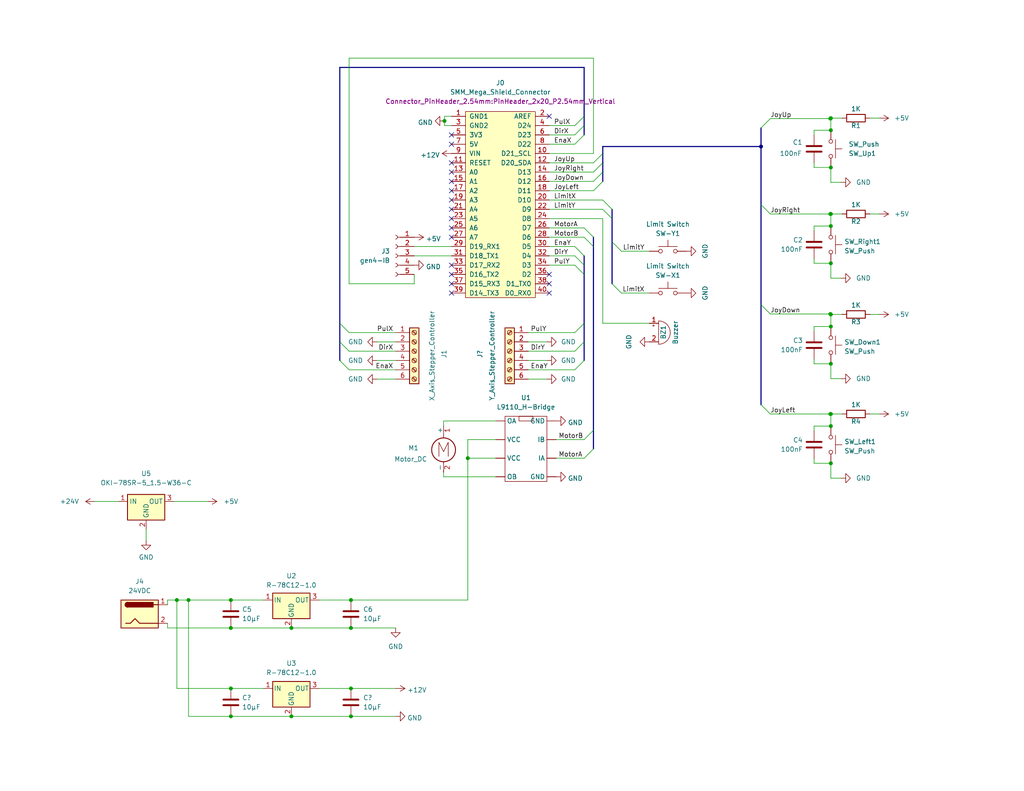
<source format=kicad_sch>
(kicad_sch (version 20211123) (generator eeschema)
  (paper "USLetter")
  (lib_symbols
    (symbol "Connector:Barrel_Jack" (pin_names (offset 1.016))
      (property "Reference" "J" (at 0 5.334 0))
      (property "Value" "Barrel_Jack" (at 0 -5.08 0))
      (symbol "Barrel_Jack_0_1"
        (rectangle (start -5.08 3.81) (end 5.08 -3.81) (stroke (width 0.254)) (fill (type background)))
        (arc (start -3.302 3.175) (mid -3.937 2.54) (end -3.302 1.905) (stroke (width 0.254)))
        (arc (start -3.302 3.175) (mid -3.937 2.54) (end -3.302 1.905) (stroke (width 0.254)) (fill (type outline)))
        (polyline (pts (xy 5.08 2.54) (xy 3.81 2.54)) (stroke (width 0.254)))
        (polyline (pts (xy -3.81 -2.54) (xy -2.54 -2.54) (xy -1.27 -1.27) (xy 0 -2.54) (xy 2.54 -2.54) (xy 5.08 -2.54)) (stroke (width 0.254)))
        (rectangle (start 3.683 3.175) (end -3.302 1.905) (stroke (width 0.254)) (fill (type outline)))
      )
      (symbol "Barrel_Jack_1_1"
        (pin passive line (at 7.62 2.54 180) (length 2.54) (name "~") (number "1"))
        (pin passive line (at 7.62 -2.54 180) (length 2.54) (name "~") (number "2"))
      )
    )
    (symbol "Connector:Conn_01x05_Female" (pin_names (offset 1.016) hide)
      (property "Reference" "J" (at 0 7.62 0))
      (property "Value" "Conn_01x05_Female" (at 0 -7.62 0))
      (symbol "Conn_01x05_Female_1_1"
        (arc (start 0 -4.572) (mid -0.508 -5.08) (end 0 -5.588) (stroke (width 0.1524)))
        (arc (start 0 -2.032) (mid -0.508 -2.54) (end 0 -3.048) (stroke (width 0.1524)))
        (polyline (pts (xy -1.27 -5.08) (xy -0.508 -5.08)) (stroke (width 0.1524)))
        (polyline (pts (xy -1.27 -2.54) (xy -0.508 -2.54)) (stroke (width 0.1524)))
        (polyline (pts (xy -1.27 0) (xy -0.508 0)) (stroke (width 0.1524)))
        (polyline (pts (xy -1.27 2.54) (xy -0.508 2.54)) (stroke (width 0.1524)))
        (polyline (pts (xy -1.27 5.08) (xy -0.508 5.08)) (stroke (width 0.1524)))
        (arc (start 0 0.508) (mid -0.508 0) (end 0 -0.508) (stroke (width 0.1524)))
        (arc (start 0 3.048) (mid -0.508 2.54) (end 0 2.032) (stroke (width 0.1524)))
        (arc (start 0 5.588) (mid -0.508 5.08) (end 0 4.572) (stroke (width 0.1524)))
        (pin passive line (at -5.08 5.08 0) (length 3.81) (name "Pin_1") (number "1"))
        (pin passive line (at -5.08 2.54 0) (length 3.81) (name "Pin_2") (number "2"))
        (pin passive line (at -5.08 0 0) (length 3.81) (name "Pin_3") (number "3"))
        (pin passive line (at -5.08 -2.54 0) (length 3.81) (name "Pin_4") (number "4"))
        (pin passive line (at -5.08 -5.08 0) (length 3.81) (name "Pin_5") (number "5"))
      )
    )
    (symbol "Connector:Screw_Terminal_01x06" (pin_names (offset 1.016) hide)
      (property "Reference" "J" (at 0 7.62 0))
      (property "Value" "Screw_Terminal_01x06" (at 0 -10.16 0))
      (symbol "Screw_Terminal_01x06_1_1"
        (rectangle (start -1.27 6.35) (end 1.27 -8.89) (stroke (width 0.254)) (fill (type background)))
        (circle (center 0 -7.62) (radius 0.635) (stroke (width 0.1524)))
        (circle (center 0 -5.08) (radius 0.635) (stroke (width 0.1524)))
        (circle (center 0 -2.54) (radius 0.635) (stroke (width 0.1524)))
        (polyline (pts (xy -0.5334 -7.2898) (xy 0.3302 -8.128)) (stroke (width 0.1524)))
        (polyline (pts (xy -0.5334 -4.7498) (xy 0.3302 -5.588)) (stroke (width 0.1524)))
        (polyline (pts (xy -0.5334 -2.2098) (xy 0.3302 -3.048)) (stroke (width 0.1524)))
        (polyline (pts (xy -0.5334 0.3302) (xy 0.3302 -0.508)) (stroke (width 0.1524)))
        (polyline (pts (xy -0.5334 2.8702) (xy 0.3302 2.032)) (stroke (width 0.1524)))
        (polyline (pts (xy -0.5334 5.4102) (xy 0.3302 4.572)) (stroke (width 0.1524)))
        (polyline (pts (xy -0.3556 -7.112) (xy 0.508 -7.9502)) (stroke (width 0.1524)))
        (polyline (pts (xy -0.3556 -4.572) (xy 0.508 -5.4102)) (stroke (width 0.1524)))
        (polyline (pts (xy -0.3556 -2.032) (xy 0.508 -2.8702)) (stroke (width 0.1524)))
        (polyline (pts (xy -0.3556 0.508) (xy 0.508 -0.3302)) (stroke (width 0.1524)))
        (polyline (pts (xy -0.3556 3.048) (xy 0.508 2.2098)) (stroke (width 0.1524)))
        (polyline (pts (xy -0.3556 5.588) (xy 0.508 4.7498)) (stroke (width 0.1524)))
        (circle (center 0 0) (radius 0.635) (stroke (width 0.1524)))
        (circle (center 0 2.54) (radius 0.635) (stroke (width 0.1524)))
        (circle (center 0 5.08) (radius 0.635) (stroke (width 0.1524)))
        (pin passive line (at -5.08 5.08 0) (length 3.81) (name "Pin_1") (number "1"))
        (pin passive line (at -5.08 2.54 0) (length 3.81) (name "Pin_2") (number "2"))
        (pin passive line (at -5.08 0 0) (length 3.81) (name "Pin_3") (number "3"))
        (pin passive line (at -5.08 -2.54 0) (length 3.81) (name "Pin_4") (number "4"))
        (pin passive line (at -5.08 -5.08 0) (length 3.81) (name "Pin_5") (number "5"))
        (pin passive line (at -5.08 -7.62 0) (length 3.81) (name "Pin_6") (number "6"))
      )
    )
    (symbol "Converter_DCDC:OKI-78SR-5_1.5-W36-C"
      (property "Reference" "U" (at -3.81 3.175 0))
      (property "Value" "OKI-78SR-5_1.5-W36-C" (at 0 3.175 0))
      (symbol "OKI-78SR-5_1.5-W36-C_0_1"
        (rectangle (start -5.08 1.905) (end 5.08 -5.08) (stroke (width 0.254)) (fill (type background)))
      )
      (symbol "OKI-78SR-5_1.5-W36-C_1_1"
        (pin power_in line (at -7.62 0 0) (length 2.54) (name "IN") (number "1"))
        (pin power_in line (at 0 -7.62 90) (length 2.54) (name "GND") (number "2"))
        (pin power_out line (at 7.62 0 180) (length 2.54) (name "OUT") (number "3"))
      )
    )
    (symbol "Device:Buzzer" (pin_names (offset 0.0254) hide)
      (property "Reference" "BZ" (at 3.81 1.27 0))
      (property "Value" "Buzzer" (at 3.81 -1.27 0))
      (symbol "Buzzer_0_1"
        (arc (start 0 -3.175) (mid 3.175 0) (end 0 3.175))
        (polyline (pts (xy -1.651 1.905) (xy -1.143 1.905)))
        (polyline (pts (xy -1.397 2.159) (xy -1.397 1.651)))
        (polyline (pts (xy 0 3.175) (xy 0 -3.175)))
      )
      (symbol "Buzzer_1_1"
        (pin passive line (at -2.54 2.54 0) (length 2.54) (name "-") (number "1"))
        (pin passive line (at -2.54 -2.54 0) (length 2.54) (name "+") (number "2"))
      )
    )
    (symbol "Device:C" (pin_numbers hide) (pin_names (offset 0.254))
      (property "Reference" "C" (at 0.635 2.54 0))
      (property "Value" "C" (at 0.635 -2.54 0))
      (symbol "C_0_1"
        (polyline (pts (xy -2.032 -0.762) (xy 2.032 -0.762)) (stroke (width 0.508)))
        (polyline (pts (xy -2.032 0.762) (xy 2.032 0.762)) (stroke (width 0.508)))
      )
      (symbol "C_1_1"
        (pin passive line (at 0 3.81 270) (length 2.794) (name "~") (number "1"))
        (pin passive line (at 0 -3.81 90) (length 2.794) (name "~") (number "2"))
      )
    )
    (symbol "Device:R" (pin_numbers hide) (pin_names (offset 0))
      (property "Reference" "R" (at 2.032 0 90))
      (property "Value" "R" (at 0 0 90))
      (symbol "R_0_1"
        (rectangle (start -1.016 -2.54) (end 1.016 2.54) (stroke (width 0.254)))
      )
      (symbol "R_1_1"
        (pin passive line (at 0 3.81 270) (length 1.27) (name "~") (number "1"))
        (pin passive line (at 0 -3.81 90) (length 1.27) (name "~") (number "2"))
      )
    )
    (symbol "L9110 H-Bridge:L9110_H-Bridge"
      (property "Reference" "U" (at 0 0 0))
      (property "Value" "L9110_H-Bridge" (at 1.27 2.54 0))
      (symbol "L9110_H-Bridge_0_1"
        (rectangle (start -8.89 3.81) (end -7.62 0))
        (rectangle (start -8.89 7.62) (end 8.89 -3.81))
      )
      (symbol "L9110_H-Bridge_1_1"
        (pin input line (at -7.62 10.16 270) (length 2.54) (name "GND") (number ""))
        (pin input line (at 7.62 10.16 270) (length 2.54) (name "GND") (number ""))
        (pin input line (at 2.54 10.16 270) (length 2.54) (name "IA") (number ""))
        (pin input line (at -2.54 10.16 270) (length 2.54) (name "IB") (number ""))
        (pin input line (at -7.62 -6.35 90) (length 2.54) (name "OA") (number ""))
        (pin input line (at 7.62 -6.35 90) (length 2.54) (name "OB") (number ""))
        (pin input line (at -2.54 -6.35 90) (length 2.54) (name "VCC") (number ""))
        (pin input line (at 2.54 -6.35 90) (length 2.54) (name "VCC") (number ""))
      )
    )
    (symbol "Motor:Motor_DC" (pin_names (offset 0))
      (property "Reference" "M" (at 2.54 2.54 0))
      (property "Value" "Motor_DC" (at 2.54 -5.08 0))
      (symbol "Motor_DC_0_0"
        (polyline (pts (xy -1.27 -3.302) (xy -1.27 0.508) (xy 0 -2.032) (xy 1.27 0.508) (xy 1.27 -3.302)))
      )
      (symbol "Motor_DC_0_1"
        (circle (center 0 -1.524) (radius 3.2512) (stroke (width 0.254)))
        (polyline (pts (xy 0 -7.62) (xy 0 -7.112)))
        (polyline (pts (xy 0 -4.7752) (xy 0 -5.1816)))
        (polyline (pts (xy 0 1.7272) (xy 0 2.0828)))
        (polyline (pts (xy 0 2.032) (xy 0 2.54)))
      )
      (symbol "Motor_DC_1_1"
        (pin passive line (at 0 5.08 270) (length 2.54) (name "+") (number "1"))
        (pin passive line (at 0 -7.62 90) (length 2.54) (name "-") (number "2"))
      )
    )
    (symbol "Regulator_Switching:R-78C12-1.0" (pin_names (offset 0.254))
      (property "Reference" "U" (at -3.81 3.175 0))
      (property "Value" "R-78C12-1.0" (at 0 3.175 0))
      (symbol "R-78C12-1.0_0_1"
        (rectangle (start -5.08 1.905) (end 5.08 -5.08) (stroke (width 0.254)) (fill (type background)))
      )
      (symbol "R-78C12-1.0_1_1"
        (pin power_in line (at -7.62 0 0) (length 2.54) (name "IN") (number "1"))
        (pin power_in line (at 0 -7.62 90) (length 2.54) (name "GND") (number "2"))
        (pin power_out line (at 7.62 0 180) (length 2.54) (name "OUT") (number "3"))
      )
    )
    (symbol "SMM:SMM_Mega_Shield_Connector" (pin_names (offset 1.016))
      (property "Reference" "J" (at 1.27 25.4 0))
      (property "Value" "SMM_Mega_Shield_Connector" (at 0 -27.94 0))
      (property "Footprint" "Connector_PinHeader_2.54mm:PinHeader_2x20_P2.54mm_Vertical" (at 0 -30.48 0))
      (symbol "SMM_Mega_Shield_Connector_0_1"
        (rectangle (start -8.89 -26.67) (end 10.16 24.13) (fill (type background)))
      )
      (symbol "SMM_Mega_Shield_Connector_1_1"
        (pin power_out line (at -12.7 22.86 0) (length 3.81) (name "GND1") (number "1"))
        (pin bidirectional line (at 13.97 12.7 180) (length 3.81) (name "D21_SCL") (number "10"))
        (pin input line (at -12.7 10.16 0) (length 3.81) (name "RESET") (number "11"))
        (pin bidirectional line (at 13.97 10.16 180) (length 3.81) (name "D20_SDA") (number "12"))
        (pin bidirectional line (at -12.7 7.62 0) (length 3.81) (name "A0") (number "13"))
        (pin bidirectional line (at 13.97 7.62 180) (length 3.81) (name "D13") (number "14"))
        (pin bidirectional line (at -12.7 5.08 0) (length 3.81) (name "A1") (number "15"))
        (pin bidirectional line (at 13.97 5.08 180) (length 3.81) (name "D12") (number "16"))
        (pin bidirectional line (at -12.7 2.54 0) (length 3.81) (name "A2") (number "17"))
        (pin bidirectional line (at 13.97 2.54 180) (length 3.81) (name "D11") (number "18"))
        (pin bidirectional line (at -12.7 0 0) (length 3.81) (name "A3") (number "19"))
        (pin passive line (at 13.97 22.86 180) (length 3.81) (name "AREF") (number "2"))
        (pin bidirectional line (at 13.97 0 180) (length 3.81) (name "D10") (number "20"))
        (pin bidirectional line (at -12.7 -2.54 0) (length 3.81) (name "A4") (number "21"))
        (pin bidirectional line (at 13.97 -2.54 180) (length 3.81) (name "D9") (number "22"))
        (pin bidirectional line (at -12.7 -5.08 0) (length 3.81) (name "A5") (number "23"))
        (pin bidirectional line (at 13.97 -5.08 180) (length 3.81) (name "D8") (number "24"))
        (pin bidirectional line (at -12.7 -7.62 0) (length 3.81) (name "A6") (number "25"))
        (pin bidirectional line (at 13.97 -7.62 180) (length 3.81) (name "D7") (number "26"))
        (pin bidirectional line (at -12.7 -10.16 0) (length 3.81) (name "A7") (number "27"))
        (pin bidirectional line (at 13.97 -10.16 180) (length 3.81) (name "D6") (number "28"))
        (pin bidirectional line (at -12.7 -12.7 0) (length 3.81) (name "D19_RX1") (number "29"))
        (pin power_out line (at -12.7 20.32 0) (length 3.81) (name "GND2") (number "3"))
        (pin bidirectional line (at 13.97 -12.7 180) (length 3.81) (name "D5") (number "30"))
        (pin bidirectional line (at -12.7 -15.24 0) (length 3.81) (name "D18_TX1") (number "31"))
        (pin bidirectional line (at 13.97 -15.24 180) (length 3.81) (name "D4") (number "32"))
        (pin bidirectional line (at -12.7 -17.78 0) (length 3.81) (name "D17_RX2") (number "33"))
        (pin bidirectional line (at 13.97 -17.78 180) (length 3.81) (name "D3") (number "34"))
        (pin bidirectional line (at -12.7 -20.32 0) (length 3.81) (name "D16_TX2") (number "35"))
        (pin bidirectional line (at 13.97 -20.32 180) (length 3.81) (name "D2") (number "36"))
        (pin bidirectional line (at -12.7 -22.86 0) (length 3.81) (name "D15_RX3") (number "37"))
        (pin bidirectional line (at 13.97 -22.86 180) (length 3.81) (name "D1_TX0") (number "38"))
        (pin bidirectional line (at -12.7 -25.4 0) (length 3.81) (name "D14_TX3") (number "39"))
        (pin bidirectional line (at 13.97 20.32 180) (length 3.81) (name "D24") (number "4"))
        (pin bidirectional line (at 13.97 -25.4 180) (length 3.81) (name "D0_RX0") (number "40"))
        (pin power_out line (at -12.7 17.78 0) (length 3.81) (name "3V3") (number "5"))
        (pin bidirectional line (at 13.97 17.78 180) (length 3.81) (name "D23") (number "6"))
        (pin power_out line (at -12.7 15.24 0) (length 3.81) (name "5V") (number "7"))
        (pin bidirectional line (at 13.97 15.24 180) (length 3.81) (name "D22") (number "8"))
        (pin bidirectional line (at -12.7 12.7 0) (length 3.81) (name "VIN") (number "9"))
      )
    )
    (symbol "Switch:SW_Push" (pin_numbers hide) (pin_names (offset 1.016) hide)
      (property "Reference" "SW" (at 1.27 2.54 0))
      (property "Value" "SW_Push" (at 0 -1.524 0))
      (symbol "SW_Push_0_1"
        (circle (center -2.032 0) (radius 0.508))
        (polyline (pts (xy 0 1.27) (xy 0 3.048)))
        (polyline (pts (xy 2.54 1.27) (xy -2.54 1.27)))
        (circle (center 2.032 0) (radius 0.508))
        (pin passive line (at -5.08 0 0) (length 2.54) (name "1") (number "1"))
        (pin passive line (at 5.08 0 180) (length 2.54) (name "2") (number "2"))
      )
    )
    (symbol "power:+12V" (power) (pin_names (offset 0))
      (property "Value" "+12V" (at 0 3.556 0))
      (symbol "+12V_0_1"
        (polyline (pts (xy -0.762 1.27) (xy 0 2.54)))
        (polyline (pts (xy 0 0) (xy 0 2.54)))
        (polyline (pts (xy 0 2.54) (xy 0.762 1.27)))
      )
      (symbol "+12V_1_1"
        (pin power_in line (at 0 0 90) (length 0) hide (name "+12V") (number "1"))
      )
    )
    (symbol "power:+24V" (power) (pin_names (offset 0))
      (property "Value" "+24V" (at 0 3.556 0))
      (symbol "+24V_0_1"
        (polyline (pts (xy -0.762 1.27) (xy 0 2.54)))
        (polyline (pts (xy 0 0) (xy 0 2.54)))
        (polyline (pts (xy 0 2.54) (xy 0.762 1.27)))
      )
      (symbol "+24V_1_1"
        (pin power_in line (at 0 0 90) (length 0) hide (name "+24V") (number "1"))
      )
    )
    (symbol "power:+5V" (power) (pin_names (offset 0))
      (property "Value" "+5V" (at 0 3.556 0))
      (symbol "+5V_0_1"
        (polyline (pts (xy -0.762 1.27) (xy 0 2.54)))
        (polyline (pts (xy 0 0) (xy 0 2.54)))
        (polyline (pts (xy 0 2.54) (xy 0.762 1.27)))
      )
      (symbol "+5V_1_1"
        (pin power_in line (at 0 0 90) (length 0) hide (name "+5V") (number "1"))
      )
    )
    (symbol "power:GND" (power) (pin_names (offset 0))
      (property "Value" "GND" (at 0 -3.81 0))
      (symbol "GND_0_1"
        (polyline (pts (xy 0 0) (xy 0 -1.27) (xy 1.27 -1.27) (xy 0 -2.54) (xy -1.27 -1.27) (xy 0 -1.27)))
      )
      (symbol "GND_1_1"
        (pin power_in line (at 0 0 270) (length 0) hide (name "GND") (number "1"))
      )
    )
  )
  (junction (at 127.635 125.095))
  (junction (at 226.695 113.03))
  (junction (at 226.695 126.492))
  (junction (at 62.992 195.58))
  (junction (at 226.695 89.154))
  (junction (at 226.695 61.722))
  (junction (at 62.992 187.96))
  (junction (at 51.435 163.83))
  (junction (at 95.758 163.83))
  (junction (at 226.695 32.258))
  (junction (at 95.758 195.58))
  (junction (at 226.568 85.725))
  (junction (at 226.568 32.385))
  (junction (at 226.695 99.314))
  (junction (at 226.695 35.56))
  (junction (at 226.695 85.852))
  (junction (at 226.695 58.42))
  (junction (at 48.26 163.83))
  (junction (at 62.992 163.83))
  (junction (at 226.568 58.42))
  (junction (at 226.568 113.03))
  (junction (at 226.695 45.72))
  (junction (at 95.758 171.45))
  (junction (at 207.645 40.005))
  (junction (at 121.285 33.02))
  (junction (at 62.992 171.45))
  (junction (at 79.502 195.58))
  (junction (at 79.502 171.45))
  (junction (at 95.758 187.96))
  (junction (at 226.695 116.332))
  (junction (at 226.695 71.882))
  (no_connect (at 123.19 54.61))
  (no_connect (at 149.86 31.75))
  (no_connect (at 149.86 74.93))
  (no_connect (at 149.86 77.47))
  (no_connect (at 149.86 80.01))
  (no_connect (at 123.19 39.37))
  (no_connect (at 123.19 80.01))
  (no_connect (at 123.19 77.47))
  (no_connect (at 123.19 59.69))
  (no_connect (at 123.19 52.07))
  (no_connect (at 123.19 49.53))
  (no_connect (at 123.19 62.23))
  (no_connect (at 123.19 57.15))
  (no_connect (at 123.19 44.45))
  (no_connect (at 123.19 46.99))
  (no_connect (at 123.19 74.93))
  (no_connect (at 123.19 72.39))
  (no_connect (at 123.19 64.77))
  (no_connect (at 123.19 36.83))
  (bus_entry (at 210.185 58.42) (size -2.54 -2.54))
  (bus_entry (at 156.845 67.31) (size 2.54 2.54))
  (bus_entry (at 164.465 54.61) (size 2.54 2.54))
  (bus_entry (at 161.925 52.07) (size 2.54 -2.54))
  (bus_entry (at 161.925 49.53) (size 2.54 -2.54))
  (bus_entry (at 161.925 44.45) (size 2.54 -2.54))
  (bus_entry (at 161.925 46.99) (size 2.54 -2.54))
  (bus_entry (at 156.845 100.965) (size 2.54 -2.54))
  (bus_entry (at 156.845 39.37) (size 2.54 -2.54))
  (bus_entry (at 156.845 36.83) (size 2.54 -2.54))
  (bus_entry (at 156.845 34.29) (size 2.54 -2.54))
  (bus_entry (at 156.845 90.805) (size 2.54 -2.54))
  (bus_entry (at 95.25 100.965) (size -2.54 -2.54))
  (bus_entry (at 95.25 90.805) (size -2.54 -2.54))
  (bus_entry (at 95.25 95.885) (size -2.54 -2.54))
  (bus_entry (at 169.545 68.58) (size -2.54 -2.54))
  (bus_entry (at 159.385 62.23) (size 2.54 2.54))
  (bus_entry (at 169.545 80.01) (size -2.54 -2.54))
  (bus_entry (at 159.385 120.015) (size 2.54 -2.54))
  (bus_entry (at 156.845 72.39) (size 2.54 2.54))
  (bus_entry (at 156.845 95.885) (size 2.54 -2.54))
  (bus_entry (at 156.845 69.85) (size 2.54 2.54))
  (bus_entry (at 159.385 125.095) (size 2.54 -2.54))
  (bus_entry (at 210.185 113.03) (size -2.54 -2.54))
  (bus_entry (at 159.385 64.77) (size 2.54 2.54))
  (bus_entry (at 210.185 32.385) (size -2.54 2.54))
  (bus_entry (at 210.185 85.725) (size -2.54 -2.54))
  (bus_entry (at 164.465 57.15) (size 2.54 2.54))
  (wire (pts (xy 113.03 69.85) (xy 123.19 69.85)))
  (wire (pts (xy 151.765 120.015) (xy 159.385 120.015)))
  (bus (pts (xy 164.465 41.91) (xy 164.465 40.005)))
  (wire (pts (xy 48.26 163.83) (xy 51.435 163.83)))
  (wire (pts (xy 222.123 125.222) (xy 222.123 126.492)))
  (wire (pts (xy 226.695 99.314) (xy 226.695 103.378)))
  (wire (pts (xy 45.72 171.45) (xy 62.992 171.45)))
  (wire (pts (xy 121.031 128.905) (xy 121.031 130.175)))
  (bus (pts (xy 92.71 18.415) (xy 159.385 18.415)))
  (wire (pts (xy 222.123 117.602) (xy 222.123 116.332)))
  (wire (pts (xy 226.695 58.42) (xy 229.743 58.42)))
  (wire (pts (xy 222.123 99.314) (xy 226.695 99.314)))
  (wire (pts (xy 210.185 113.03) (xy 226.568 113.03)))
  (wire (pts (xy 123.19 34.29) (xy 121.285 34.29)))
  (wire (pts (xy 95.758 163.83) (xy 127.635 163.83)))
  (bus (pts (xy 159.385 93.345) (xy 159.385 98.425)))
  (wire (pts (xy 62.992 171.45) (xy 79.502 171.45)))
  (bus (pts (xy 167.005 57.15) (xy 167.005 59.69)))
  (wire (pts (xy 149.86 41.91) (xy 161.925 41.91)))
  (wire (pts (xy 164.465 59.69) (xy 164.465 88.265)))
  (wire (pts (xy 87.122 187.96) (xy 95.758 187.96)))
  (wire (pts (xy 226.695 71.882) (xy 226.695 75.946)))
  (wire (pts (xy 149.86 46.99) (xy 161.925 46.99)))
  (wire (pts (xy 135.255 130.175) (xy 121.031 130.175)))
  (wire (pts (xy 107.95 95.885) (xy 95.25 95.885)))
  (wire (pts (xy 226.695 103.378) (xy 229.489 103.378)))
  (wire (pts (xy 226.695 85.852) (xy 229.743 85.852)))
  (bus (pts (xy 159.385 31.75) (xy 159.385 34.29)))
  (bus (pts (xy 164.465 40.005) (xy 207.645 40.005)))
  (bus (pts (xy 164.465 44.45) (xy 164.465 46.99)))
  (bus (pts (xy 92.71 93.345) (xy 92.71 88.265)))
  (wire (pts (xy 45.72 165.1) (xy 45.72 163.83)))
  (wire (pts (xy 39.878 144.526) (xy 39.878 147.574)))
  (wire (pts (xy 222.123 61.722) (xy 226.695 61.722)))
  (bus (pts (xy 92.71 98.425) (xy 92.71 93.345)))
  (wire (pts (xy 47.498 136.906) (xy 56.642 136.906)))
  (wire (pts (xy 113.03 77.47) (xy 113.03 74.93)))
  (wire (pts (xy 149.86 59.69) (xy 164.465 59.69)))
  (wire (pts (xy 226.695 61.722) (xy 226.695 58.42)))
  (wire (pts (xy 222.123 70.612) (xy 222.123 71.882)))
  (bus (pts (xy 159.385 72.39) (xy 159.385 74.93)))
  (bus (pts (xy 159.385 88.265) (xy 159.385 93.345)))
  (wire (pts (xy 226.695 32.258) (xy 229.743 32.258)))
  (wire (pts (xy 149.86 64.77) (xy 159.385 64.77)))
  (bus (pts (xy 167.005 66.04) (xy 167.005 77.47)))
  (wire (pts (xy 177.165 80.01) (xy 169.545 80.01)))
  (wire (pts (xy 135.255 120.015) (xy 127.635 120.015)))
  (wire (pts (xy 149.86 52.07) (xy 161.925 52.07)))
  (wire (pts (xy 95.758 195.58) (xy 107.95 195.58)))
  (wire (pts (xy 144.145 98.425) (xy 149.225 98.425)))
  (wire (pts (xy 144.145 90.805) (xy 156.845 90.805)))
  (bus (pts (xy 164.465 49.53) (xy 164.465 46.99)))
  (wire (pts (xy 222.123 35.56) (xy 226.695 35.56)))
  (wire (pts (xy 144.145 100.965) (xy 156.845 100.965)))
  (wire (pts (xy 127.635 120.015) (xy 127.635 125.095)))
  (wire (pts (xy 237.363 85.852) (xy 239.903 85.852)))
  (wire (pts (xy 161.925 15.875) (xy 95.25 15.875)))
  (bus (pts (xy 207.645 110.49) (xy 207.645 83.185)))
  (wire (pts (xy 25.908 136.906) (xy 32.258 136.906)))
  (wire (pts (xy 48.26 187.96) (xy 62.992 187.96)))
  (bus (pts (xy 159.385 74.93) (xy 159.385 88.265)))
  (wire (pts (xy 226.695 49.784) (xy 229.489 49.784)))
  (wire (pts (xy 226.695 75.946) (xy 229.489 75.946)))
  (wire (pts (xy 121.285 31.75) (xy 121.285 33.02)))
  (wire (pts (xy 237.363 113.03) (xy 239.903 113.03)))
  (wire (pts (xy 149.86 44.45) (xy 161.925 44.45)))
  (wire (pts (xy 127.635 125.095) (xy 127.635 163.83)))
  (wire (pts (xy 107.95 93.345) (xy 102.87 93.345)))
  (wire (pts (xy 51.435 163.83) (xy 51.435 195.58)))
  (wire (pts (xy 222.123 45.72) (xy 226.695 45.72)))
  (wire (pts (xy 107.95 98.425) (xy 102.87 98.425)))
  (wire (pts (xy 151.765 125.095) (xy 159.385 125.095)))
  (bus (pts (xy 167.005 59.69) (xy 167.005 66.04)))
  (wire (pts (xy 237.363 58.42) (xy 239.903 58.42)))
  (wire (pts (xy 149.86 54.61) (xy 164.465 54.61)))
  (bus (pts (xy 92.71 88.265) (xy 92.71 18.415)))
  (wire (pts (xy 51.435 195.58) (xy 62.992 195.58)))
  (wire (pts (xy 45.72 170.18) (xy 45.72 171.45)))
  (bus (pts (xy 207.645 34.925) (xy 207.645 40.005)))
  (wire (pts (xy 121.031 114.935) (xy 135.255 114.935)))
  (wire (pts (xy 226.695 89.154) (xy 226.695 85.852)))
  (wire (pts (xy 210.185 32.385) (xy 226.568 32.385)))
  (wire (pts (xy 95.758 171.45) (xy 107.95 171.45)))
  (wire (pts (xy 226.695 45.72) (xy 226.695 49.784)))
  (wire (pts (xy 226.695 126.492) (xy 226.695 130.556)))
  (wire (pts (xy 107.95 103.505) (xy 102.87 103.505)))
  (wire (pts (xy 226.695 116.332) (xy 226.695 113.03)))
  (wire (pts (xy 144.145 103.505) (xy 149.225 103.505)))
  (wire (pts (xy 87.122 163.83) (xy 95.758 163.83)))
  (wire (pts (xy 177.165 88.265) (xy 164.465 88.265)))
  (bus (pts (xy 161.925 117.475) (xy 161.925 122.555)))
  (wire (pts (xy 177.165 68.58) (xy 169.545 68.58)))
  (wire (pts (xy 79.502 171.45) (xy 95.758 171.45)))
  (wire (pts (xy 107.95 100.965) (xy 95.25 100.965)))
  (wire (pts (xy 226.695 113.03) (xy 229.743 113.03)))
  (bus (pts (xy 164.465 44.45) (xy 164.465 41.91)))
  (wire (pts (xy 121.285 33.02) (xy 121.285 34.29)))
  (wire (pts (xy 161.925 41.91) (xy 161.925 15.875)))
  (wire (pts (xy 79.502 195.58) (xy 95.758 195.58)))
  (bus (pts (xy 159.385 69.85) (xy 159.385 72.39)))
  (wire (pts (xy 149.86 49.53) (xy 161.925 49.53)))
  (wire (pts (xy 121.031 114.935) (xy 121.031 116.205)))
  (wire (pts (xy 222.123 98.044) (xy 222.123 99.314)))
  (wire (pts (xy 222.123 90.424) (xy 222.123 89.154)))
  (wire (pts (xy 210.185 58.42) (xy 226.568 58.42)))
  (wire (pts (xy 149.86 39.37) (xy 156.845 39.37)))
  (wire (pts (xy 95.758 187.96) (xy 107.95 187.96)))
  (wire (pts (xy 62.992 163.83) (xy 71.882 163.83)))
  (wire (pts (xy 222.123 44.45) (xy 222.123 45.72)))
  (wire (pts (xy 62.992 195.58) (xy 79.502 195.58)))
  (wire (pts (xy 222.123 89.154) (xy 226.695 89.154)))
  (wire (pts (xy 121.285 31.75) (xy 123.19 31.75)))
  (wire (pts (xy 107.95 90.805) (xy 95.25 90.805)))
  (wire (pts (xy 113.03 67.31) (xy 123.19 67.31)))
  (wire (pts (xy 226.695 130.556) (xy 229.489 130.556)))
  (wire (pts (xy 144.145 93.345) (xy 149.225 93.345)))
  (wire (pts (xy 210.185 85.725) (xy 226.568 85.725)))
  (wire (pts (xy 149.86 69.85) (xy 156.845 69.85)))
  (wire (pts (xy 149.86 57.15) (xy 164.465 57.15)))
  (wire (pts (xy 222.123 36.83) (xy 222.123 35.56)))
  (wire (pts (xy 95.25 77.47) (xy 113.03 77.47)))
  (wire (pts (xy 149.86 36.83) (xy 156.845 36.83)))
  (wire (pts (xy 149.86 67.31) (xy 156.845 67.31)))
  (bus (pts (xy 207.645 83.185) (xy 207.645 55.88)))
  (wire (pts (xy 222.123 126.492) (xy 226.695 126.492)))
  (wire (pts (xy 149.86 72.39) (xy 156.845 72.39)))
  (wire (pts (xy 144.145 95.885) (xy 156.845 95.885)))
  (wire (pts (xy 237.363 32.258) (xy 239.903 32.258)))
  (wire (pts (xy 45.72 163.83) (xy 48.26 163.83)))
  (bus (pts (xy 161.925 64.77) (xy 161.925 67.31)))
  (wire (pts (xy 222.123 71.882) (xy 226.695 71.882)))
  (wire (pts (xy 222.123 116.332) (xy 226.695 116.332)))
  (wire (pts (xy 149.86 34.29) (xy 156.845 34.29)))
  (wire (pts (xy 226.695 35.56) (xy 226.695 32.258)))
  (wire (pts (xy 95.25 15.875) (xy 95.25 77.47)))
  (wire (pts (xy 48.26 163.83) (xy 48.26 187.96)))
  (bus (pts (xy 207.645 40.005) (xy 207.645 55.88)))
  (wire (pts (xy 127.635 125.095) (xy 135.255 125.095)))
  (wire (pts (xy 62.992 187.96) (xy 71.882 187.96)))
  (bus (pts (xy 161.925 67.31) (xy 161.925 117.475)))
  (bus (pts (xy 159.385 34.29) (xy 159.385 36.83)))
  (wire (pts (xy 222.123 62.992) (xy 222.123 61.722)))
  (wire (pts (xy 51.435 163.83) (xy 62.992 163.83)))
  (bus (pts (xy 159.385 18.415) (xy 159.385 31.75)))
  (wire (pts (xy 149.86 62.23) (xy 159.385 62.23)))
  (label "DirY" (at 144.78 95.885 0))
  (label "PulY" (at 144.78 90.805 0))
  (label "LimitX" (at 175.895 80.01 180))
  (label "JoyUp" (at 210.185 32.385 0))
  (label "LimitX" (at 151.13 54.61 0))
  (label "DirX" (at 107.315 95.885 180))
  (label "JoyRight" (at 151.13 46.99 0))
  (label "LimitY" (at 151.13 57.15 0))
  (label "DirX" (at 151.13 36.83 0))
  (label "PulX" (at 107.315 90.805 180))
  (label "MotorA" (at 151.13 62.23 0))
  (label "PulX" (at 151.13 34.29 0))
  (label "MotorB" (at 151.13 64.77 0))
  (label "LimitY" (at 175.895 68.58 180))
  (label "EnaY" (at 144.78 100.965 0))
  (label "JoyLeft" (at 210.185 113.03 0))
  (label "MotorA" (at 152.4 125.095 0))
  (label "JoyDown" (at 210.185 85.725 0))
  (label "JoyLeft" (at 151.13 52.07 0))
  (label "EnaX" (at 151.13 39.37 0))
  (label "JoyRight" (at 210.185 58.42 0))
  (label "EnaX" (at 107.315 100.965 180))
  (label "JoyUp" (at 151.13 44.45 0))
  (label "EnaY" (at 151.13 67.31 0))
  (label "JoyDown" (at 151.13 49.53 0))
  (label "MotorB" (at 152.4 120.015 0))
  (label "DirY" (at 151.13 69.85 0))
  (label "PulY" (at 151.13 72.39 0))
  (symbol (lib_id "power:+12V") (at 123.19 41.91 90) (unit 1)
    (property "Reference" "#PWR?" (effects hide))
    (property "Value" "+12V" (at 120.015 42.3438 90) (effects (justify left)))
  )
  (symbol (lib_id "power:+5V") (at 56.642 136.906 270) (unit 1)
    (property "Reference" "#PWR?" (effects hide))
    (property "Value" "+5V" (at 60.96 136.9059 90) (effects (justify left)))
  )
  (symbol (lib_id "power:GND") (at 113.03 72.39 90) (mirror x) (unit 1)
    (property "Reference" "#PWR0123" (effects hide))
    (property "Value" "GND" (at 116.205 72.8238 90) (effects (justify right)))
  )
  (symbol (lib_id "power:+5V") (at 113.03 64.77 270) (unit 1)
    (property "Reference" "#PWR0122" (effects hide))
    (property "Value" "+5V" (at 116.205 65.2038 90) (effects (justify left)))
  )
  (symbol (lib_id "Device:C") (at 95.758 191.77 0) (unit 1)
    (property "Reference" "C?" (at 99.06 190.4999 0) (effects (justify left)))
    (property "Value" "10µF" (at 99.06 193.0399 0) (effects (justify left)))
    (property "Footprint" "Capacitor_THT:CP_Radial_D4.0mm_P1.50mm" (effects hide))
  )
  (symbol (lib_id "Switch:SW_Push") (at 226.695 94.234 270) (mirror x) (unit 1)
    (property "Reference" "SW_Down1" (at 230.378 93.3993 90) (effects (justify left)))
    (property "Value" "SW_Push" (at 230.378 95.9362 90) (effects (justify left)))
    (property "Footprint" "SMM:TerminalBlock-2_P5.08mm_small" (effects hide))
  )
  (symbol (lib_id "power:GND") (at 149.225 103.505 90) (unit 1)
    (property "Reference" "#PWR?" (effects hide))
    (property "Value" "GND" (at 153.035 103.5049 90) (effects (justify right)))
  )
  (symbol (lib_id "Switch:SW_Push") (at 182.245 68.58 0) (unit 1)
    (property "Reference" "SW-Y1" (at 182.245 63.754 0))
    (property "Value" "Limit Switch" (at 182.245 61.214 0))
    (property "Footprint" "SMM:TerminalBlock-2_P5.08mm_small" (effects hide))
  )
  (symbol (lib_id "power:GND") (at 229.489 49.784 90) (mirror x) (unit 1)
    (property "Reference" "#PWR0103" (effects hide))
    (property "Value" "GND" (at 233.553 49.7841 90) (effects (justify right)))
  )
  (symbol (lib_id "Device:R") (at 233.553 113.03 90) (mirror x) (unit 1)
    (property "Reference" "R4" (at 233.553 115.062 90))
    (property "Value" "1K" (at 233.553 110.49 90))
    (property "Footprint" "SMM:Resistor_L6.3mm_D2.5mm_P10.16mm_Horizontal" (effects hide))
  )
  (symbol (lib_id "power:+5V") (at 239.903 58.42 270) (mirror x) (unit 1)
    (property "Reference" "#PWR0101" (effects hide))
    (property "Value" "+5V" (at 243.967 58.4201 90) (effects (justify left)))
  )
  (symbol (lib_id "Device:R") (at 233.553 85.852 90) (mirror x) (unit 1)
    (property "Reference" "R3" (at 233.553 87.884 90))
    (property "Value" "1K" (at 233.553 83.312 90))
    (property "Footprint" "SMM:Resistor_L6.3mm_D2.5mm_P10.16mm_Horizontal" (effects hide))
  )
  (symbol (lib_id "power:+12V") (at 107.95 187.96 270) (unit 1)
    (property "Reference" "#PWR?" (effects hide))
    (property "Value" "+12V" (at 111.125 188.3938 90) (effects (justify left)))
  )
  (symbol (lib_id "Device:C") (at 222.123 40.64 0) (mirror x) (unit 1)
    (property "Reference" "C1" (at 216.281 38.862 0) (effects (justify left)))
    (property "Value" "100nF" (at 212.725 41.91 0) (effects (justify left)))
    (property "Footprint" "Capacitor_THT:CP_Radial_D4.0mm_P1.50mm" (effects hide))
  )
  (symbol (lib_id "power:GND") (at 102.87 98.425 270) (mirror x) (unit 1)
    (property "Reference" "#PWR?" (effects hide))
    (property "Value" "GND" (at 99.06 98.4249 90) (effects (justify right)))
  )
  (symbol (lib_id "power:GND") (at 229.489 103.378 90) (mirror x) (unit 1)
    (property "Reference" "#PWR0109" (effects hide))
    (property "Value" "GND" (at 233.553 103.3781 90) (effects (justify right)))
  )
  (symbol (lib_id "Motor:Motor_DC") (at 121.031 121.285 0) (unit 1)
    (property "Reference" "M1" (at 111.379 122.301 0) (effects (justify left)))
    (property "Value" "Motor_DC" (at 107.569 125.349 0) (effects (justify left)))
    (property "Footprint" "SMM:TerminalBlock-2_P5.08mm_small" (effects hide))
  )
  (symbol (lib_id "Switch:SW_Push") (at 226.695 121.412 270) (mirror x) (unit 1)
    (property "Reference" "SW_Left1" (at 230.378 120.5773 90) (effects (justify left)))
    (property "Value" "SW_Push" (at 230.378 123.1142 90) (effects (justify left)))
    (property "Footprint" "SMM:TerminalBlock-2_P5.08mm_small" (effects hide))
  )
  (symbol (lib_id "Device:C") (at 95.758 167.64 0) (unit 1)
    (property "Reference" "C6" (at 99.06 166.3699 0) (effects (justify left)))
    (property "Value" "10µF" (at 99.06 168.9099 0) (effects (justify left)))
    (property "Footprint" "Capacitor_THT:CP_Radial_D4.0mm_P1.50mm" (effects hide))
  )
  (symbol (lib_id "Switch:SW_Push") (at 226.695 40.64 270) (mirror x) (unit 1)
    (property "Reference" "SW_Up1" (at 231.521 41.9101 90) (effects (justify left)))
    (property "Value" "SW_Push" (at 231.521 39.3701 90) (effects (justify left)))
    (property "Footprint" "SMM:TerminalBlock-2_P5.08mm_small" (effects hide))
  )
  (symbol (lib_id "power:GND") (at 177.165 93.345 270) (unit 1)
    (property "Reference" "#PWR0118" (effects hide))
    (property "Value" "GND" (at 171.577 93.345 0))
  )
  (symbol (lib_id "power:GND") (at 151.765 130.175 90) (unit 1)
    (property "Reference" "#PWR0116" (effects hide))
    (property "Value" "GND" (at 154.94 130.6088 90) (effects (justify right)))
  )
  (symbol (lib_id "power:+24V") (at 25.908 136.906 90) (unit 1)
    (property "Reference" "#PWR?" (effects hide))
    (property "Value" "+24V" (at 21.59 136.9059 90) (effects (justify left)))
  )
  (symbol (lib_id "power:+5V") (at 239.903 85.852 270) (mirror x) (unit 1)
    (property "Reference" "#PWR0112" (effects hide))
    (property "Value" "+5V" (at 243.967 85.8521 90) (effects (justify left)))
  )
  (symbol (lib_id "Switch:SW_Push") (at 182.245 80.01 0) (unit 1)
    (property "Reference" "SW-X1" (at 182.245 75.184 0))
    (property "Value" "Limit Switch" (at 182.245 72.644 0))
    (property "Footprint" "SMM:TerminalBlock-2_P5.08mm_small" (effects hide))
  )
  (symbol (lib_id "Connector:Conn_01x05_Female") (at 107.95 69.85 0) (mirror y) (unit 1)
    (property "Reference" "J3" (at 106.426 68.5799 0) (effects (justify left)))
    (property "Value" "gen4-IB " (at 106.426 71.1199 0) (effects (justify left)))
    (property "Footprint" "SMM:I50115" (effects hide))
  )
  (symbol (lib_id "Regulator_Switching:R-78C12-1.0") (at 79.502 187.96 0) (unit 1)
    (property "Reference" "U3" (at 79.502 181.102 0))
    (property "Value" "R-78C12-1.0" (at 79.502 183.642 0))
    (property "Footprint" "Converter_DCDC:Converter_DCDC_RECOM_R-78E-0.5_THT" (effects hide))
    (property "Datasheet" "https://www.recom-power.com/pdf/Innoline/R-78Cxx-1.0.pdf" (effects hide))
  )
  (symbol (lib_id "power:GND") (at 102.87 103.505 270) (mirror x) (unit 1)
    (property "Reference" "#PWR?" (effects hide))
    (property "Value" "GND" (at 99.06 103.5049 90) (effects (justify right)))
  )
  (symbol (lib_id "Connector:Barrel_Jack") (at 38.1 167.64 0) (unit 1)
    (property "Reference" "J4" (at 38.1 158.75 0))
    (property "Value" "24VDC" (at 38.1 161.29 0))
    (property "Footprint" "SMM:TerminalBlock-2_P5.08mm_large" (effects hide))
  )
  (symbol (lib_id "power:GND") (at 149.225 98.425 90) (unit 1)
    (property "Reference" "#PWR?" (effects hide))
    (property "Value" "GND" (at 153.035 98.4249 90) (effects (justify right)))
  )
  (symbol (lib_id "Device:C") (at 62.992 167.64 0) (unit 1)
    (property "Reference" "C5" (at 66.04 166.3699 0) (effects (justify left)))
    (property "Value" "10µF" (at 66.04 168.9099 0) (effects (justify left)))
    (property "Footprint" "Capacitor_THT:CP_Radial_D4.0mm_P1.50mm" (effects hide))
  )
  (symbol (lib_id "SMM:SMM_Mega_Shield_Connector") (at 135.89 54.61 0) (unit 1)
    (property "Reference" "J0" (at 136.525 22.606 0))
    (property "Value" "SMM_Mega_Shield_Connector" (at 136.525 25.146 0))
    (property "Footprint" "Connector_PinHeader_2.54mm:PinHeader_2x20_P2.54mm_Vertical" (at 136.525 27.686 0))
  )
  (symbol (lib_id "Device:C") (at 62.992 191.77 0) (unit 1)
    (property "Reference" "C?" (at 66.04 190.4999 0) (effects (justify left)))
    (property "Value" "10µF" (at 66.04 193.0399 0) (effects (justify left)))
    (property "Footprint" "Capacitor_THT:CP_Radial_D4.0mm_P1.50mm" (effects hide))
  )
  (symbol (lib_id "Connector:Screw_Terminal_01x06") (at 139.065 95.885 0) (mirror y) (unit 1)
    (property "Reference" "J?" (at 130.937 96.647 90))
    (property "Value" "Y_Axis_Stepper_Controller " (at 134.239 97.155 90))
  )
  (symbol (lib_id "Device:C") (at 222.123 121.412 0) (mirror x) (unit 1)
    (property "Reference" "C4" (at 219.075 120.1419 0) (effects (justify right)))
    (property "Value" "100nF" (at 219.075 122.6819 0) (effects (justify right)))
    (property "Footprint" "Capacitor_THT:CP_Radial_D4.0mm_P1.50mm" (effects hide))
  )
  (symbol (lib_id "Device:Buzzer") (at 179.705 90.805 0) (unit 1)
    (property "Reference" "BZ1" (at 180.975 88.773 90) (effects (justify right)))
    (property "Value" "Buzzer" (at 184.277 87.503 90) (effects (justify right)))
    (property "Footprint" "SMM:TerminalBlock-2_P5.08mm_small" (effects hide))
  )
  (symbol (lib_id "L9110 H-Bridge:L9110_H-Bridge") (at 141.605 122.555 270) (unit 1)
    (property "Reference" "U1" (at 143.51 108.585 90))
    (property "Value" "L9110_H-Bridge" (at 143.51 111.125 90))
    (property "Footprint" "Package_DIP:DIP-8-16_W7.62mm_Socket" (effects hide))
  )
  (symbol (lib_id "power:GND") (at 187.325 68.58 90) (unit 1)
    (property "Reference" "#PWR0119" (effects hide))
    (property "Value" "GND" (at 192.405 68.58 0))
  )
  (symbol (lib_id "power:GND") (at 102.87 93.345 270) (mirror x) (unit 1)
    (property "Reference" "#PWR?" (effects hide))
    (property "Value" "GND" (at 99.06 93.3449 90) (effects (justify right)))
  )
  (symbol (lib_id "power:+5V") (at 239.903 32.258 270) (mirror x) (unit 1)
    (property "Reference" "#PWR0102" (effects hide))
    (property "Value" "+5V" (at 243.967 32.2581 90) (effects (justify left)))
  )
  (symbol (lib_id "power:GND") (at 107.95 195.58 90) (unit 1)
    (property "Reference" "#PWR?" (effects hide))
    (property "Value" "GND" (at 111.125 196.0138 90) (effects (justify right)))
  )
  (symbol (lib_id "Converter_DCDC:OKI-78SR-5_1.5-W36-C") (at 39.878 136.906 0) (unit 1)
    (property "Reference" "U5" (at 39.878 129.286 0))
    (property "Value" "OKI-78SR-5_1.5-W36-C" (at 39.878 131.826 0))
    (property "Footprint" "Converter_DCDC:Converter_DCDC_Murata_OKI-78SR_Vertical" (effects hide))
    (property "Datasheet" "https://power.murata.com/data/power/oki-78sr.pdf" (effects hide))
  )
  (symbol (lib_id "power:GND") (at 229.489 130.556 90) (mirror x) (unit 1)
    (property "Reference" "#PWR0108" (effects hide))
    (property "Value" "GND" (at 233.553 130.5561 90) (effects (justify right)))
  )
  (symbol (lib_id "power:GND") (at 151.765 114.935 90) (unit 1)
    (property "Reference" "#PWR?" (effects hide))
    (property "Value" "GND" (at 154.94 115.3688 90) (effects (justify right)))
  )
  (symbol (lib_id "Device:R") (at 233.553 32.258 90) (mirror x) (unit 1)
    (property "Reference" "R1" (at 233.553 34.29 90))
    (property "Value" "1K" (at 233.553 29.718 90))
    (property "Footprint" "SMM:Resistor_L6.3mm_D2.5mm_P10.16mm_Horizontal" (effects hide))
  )
  (symbol (lib_id "Connector:Screw_Terminal_01x06") (at 113.03 95.885 0) (unit 1)
    (property "Reference" "J1" (at 121.158 96.647 90))
    (property "Value" "X_Axis_Stepper_Controller " (at 117.856 97.155 90))
  )
  (symbol (lib_id "power:GND") (at 39.878 147.574 0) (unit 1)
    (property "Reference" "#PWR?" (effects hide))
    (property "Value" "GND" (at 39.878 152.146 0))
  )
  (symbol (lib_id "Device:C") (at 222.123 94.234 0) (mirror x) (unit 1)
    (property "Reference" "C3" (at 219.075 92.9639 0) (effects (justify right)))
    (property "Value" "100nF" (at 219.075 95.5039 0) (effects (justify right)))
    (property "Footprint" "Capacitor_THT:CP_Radial_D4.0mm_P1.50mm" (effects hide))
  )
  (symbol (lib_id "Device:R") (at 233.553 58.42 90) (mirror x) (unit 1)
    (property "Reference" "R2" (at 233.553 60.452 90))
    (property "Value" "1K" (at 233.553 55.88 90))
    (property "Footprint" "SMM:Resistor_L6.3mm_D2.5mm_P10.16mm_Horizontal" (effects hide))
  )
  (symbol (lib_id "Regulator_Switching:R-78C12-1.0") (at 79.502 163.83 0) (unit 1)
    (property "Reference" "U2" (at 79.502 157.226 0))
    (property "Value" "R-78C12-1.0" (at 79.502 159.766 0))
    (property "Footprint" "Converter_DCDC:Converter_DCDC_RECOM_R-78E-0.5_THT" (effects hide))
    (property "Datasheet" "https://www.recom-power.com/pdf/Innoline/R-78Cxx-1.0.pdf" (effects hide))
  )
  (symbol (lib_id "power:GND") (at 107.95 171.45 0) (unit 1)
    (property "Reference" "#PWR0121" (effects hide))
    (property "Value" "GND" (at 107.95 176.53 0))
  )
  (symbol (lib_id "power:GND") (at 149.225 93.345 90) (unit 1)
    (property "Reference" "#PWR?" (effects hide))
    (property "Value" "GND" (at 153.035 93.3449 90) (effects (justify right)))
  )
  (symbol (lib_id "power:GND") (at 187.325 80.01 90) (unit 1)
    (property "Reference" "#PWR?" (effects hide))
    (property "Value" "GND" (at 192.405 80.01 0))
  )
  (symbol (lib_id "power:GND") (at 121.285 33.02 270) (unit 1)
    (property "Reference" "#PWR0115" (effects hide))
    (property "Value" "GND" (at 118.1101 33.4538 90) (effects (justify right)))
  )
  (symbol (lib_id "power:GND") (at 229.489 75.946 90) (mirror x) (unit 1)
    (property "Reference" "#PWR0111" (effects hide))
    (property "Value" "GND" (at 233.553 75.9461 90) (effects (justify right)))
  )
  (symbol (lib_id "Device:C") (at 222.123 66.802 0) (mirror x) (unit 1)
    (property "Reference" "C2" (at 219.075 65.5319 0) (effects (justify right)))
    (property "Value" "100nF" (at 219.075 68.0719 0) (effects (justify right)))
    (property "Footprint" "Capacitor_THT:CP_Radial_D4.0mm_P1.50mm" (effects hide))
  )
  (symbol (lib_id "Switch:SW_Push") (at 226.695 66.802 270) (mirror x) (unit 1)
    (property "Reference" "SW_Right1" (at 230.378 65.9673 90) (effects (justify left)))
    (property "Value" "SW_Push" (at 230.378 68.5042 90) (effects (justify left)))
    (property "Footprint" "SMM:TerminalBlock-2_P5.08mm_small" (effects hide))
  )
  (symbol (lib_id "power:+5V") (at 239.903 113.03 270) (mirror x) (unit 1)
    (property "Reference" "#PWR0110" (effects hide))
    (property "Value" "+5V" (at 243.967 113.0301 90) (effects (justify left)))
  )
)
</source>
